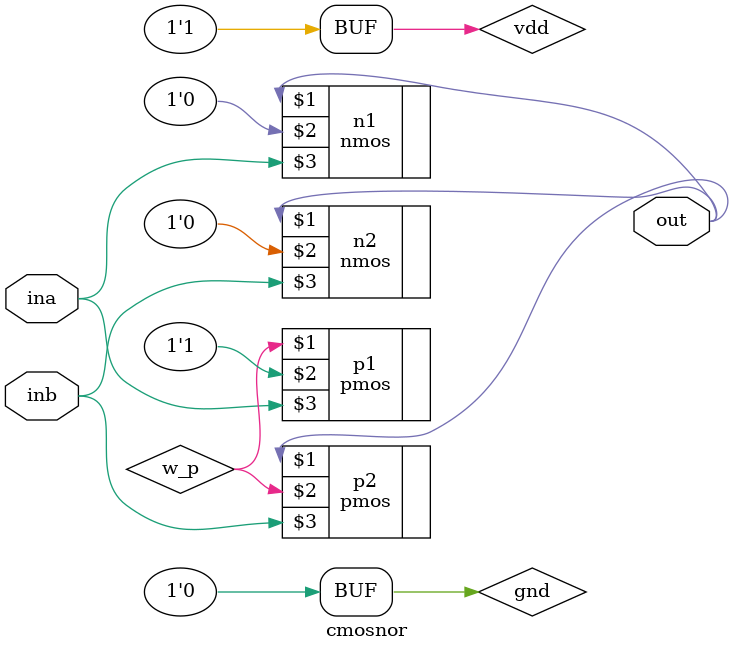
<source format=v>
module cmosnor(out, ina, inb);
   input ina, inb;
   output out;
   wire   w_p;
   supply1 vdd;
   supply0 gnd;
   
   // pmos name (drain, source, gate);
   pmos p1(w_p, vdd, ina);
   pmos p2(out, w_p, inb);
   
   // nmos name (drain, source, gate);
   nmos n1(out, gnd, ina);
   nmos n2(out, gnd, inb);

endmodule // cmosnor

</source>
